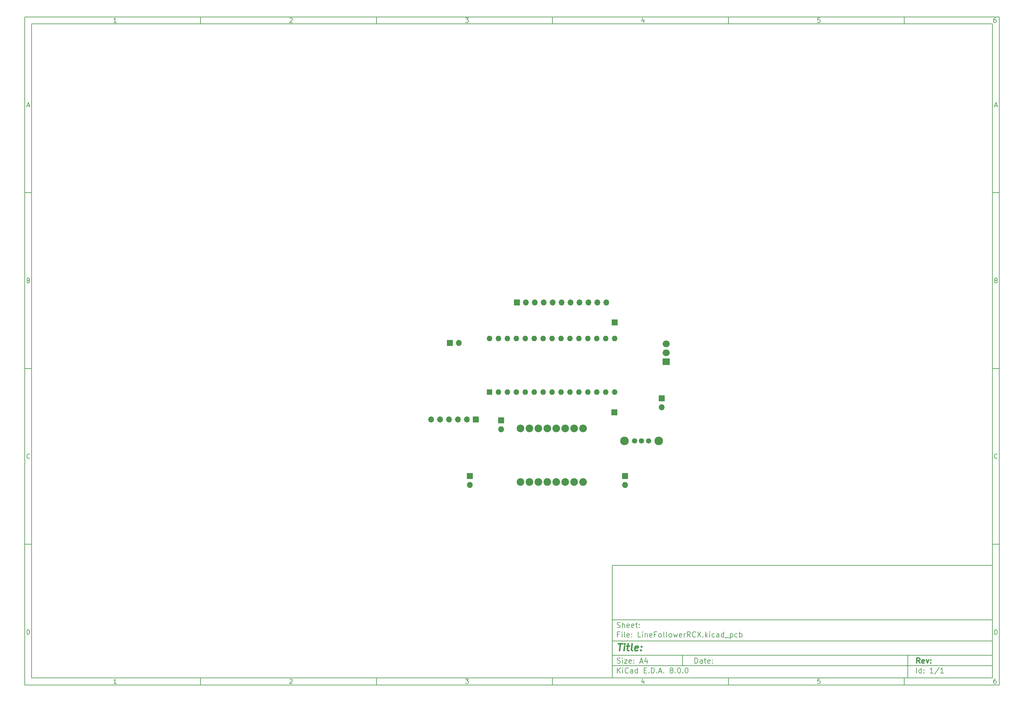
<source format=gbr>
%TF.GenerationSoftware,KiCad,Pcbnew,8.0.0*%
%TF.CreationDate,2024-06-20T13:21:25-03:00*%
%TF.ProjectId,LineFollowerRCX,4c696e65-466f-46c6-9c6f-776572524358,rev?*%
%TF.SameCoordinates,Original*%
%TF.FileFunction,Soldermask,Bot*%
%TF.FilePolarity,Negative*%
%FSLAX46Y46*%
G04 Gerber Fmt 4.6, Leading zero omitted, Abs format (unit mm)*
G04 Created by KiCad (PCBNEW 8.0.0) date 2024-06-20 13:21:25*
%MOMM*%
%LPD*%
G01*
G04 APERTURE LIST*
%ADD10C,0.100000*%
%ADD11C,0.150000*%
%ADD12C,0.300000*%
%ADD13C,0.400000*%
%ADD14C,2.184000*%
%ADD15R,1.700000X1.700000*%
%ADD16R,1.600000X1.600000*%
%ADD17O,1.600000X1.600000*%
%ADD18O,1.700000X1.700000*%
%ADD19R,2.000000X1.905000*%
%ADD20O,2.000000X1.905000*%
%ADD21C,1.512000*%
%ADD22C,2.454000*%
G04 APERTURE END LIST*
D10*
D11*
X177002200Y-166007200D02*
X285002200Y-166007200D01*
X285002200Y-198007200D01*
X177002200Y-198007200D01*
X177002200Y-166007200D01*
D10*
D11*
X10000000Y-10000000D02*
X287002200Y-10000000D01*
X287002200Y-200007200D01*
X10000000Y-200007200D01*
X10000000Y-10000000D01*
D10*
D11*
X12000000Y-12000000D02*
X285002200Y-12000000D01*
X285002200Y-198007200D01*
X12000000Y-198007200D01*
X12000000Y-12000000D01*
D10*
D11*
X60000000Y-12000000D02*
X60000000Y-10000000D01*
D10*
D11*
X110000000Y-12000000D02*
X110000000Y-10000000D01*
D10*
D11*
X160000000Y-12000000D02*
X160000000Y-10000000D01*
D10*
D11*
X210000000Y-12000000D02*
X210000000Y-10000000D01*
D10*
D11*
X260000000Y-12000000D02*
X260000000Y-10000000D01*
D10*
D11*
X36089160Y-11593604D02*
X35346303Y-11593604D01*
X35717731Y-11593604D02*
X35717731Y-10293604D01*
X35717731Y-10293604D02*
X35593922Y-10479319D01*
X35593922Y-10479319D02*
X35470112Y-10603128D01*
X35470112Y-10603128D02*
X35346303Y-10665033D01*
D10*
D11*
X85346303Y-10417414D02*
X85408207Y-10355509D01*
X85408207Y-10355509D02*
X85532017Y-10293604D01*
X85532017Y-10293604D02*
X85841541Y-10293604D01*
X85841541Y-10293604D02*
X85965350Y-10355509D01*
X85965350Y-10355509D02*
X86027255Y-10417414D01*
X86027255Y-10417414D02*
X86089160Y-10541223D01*
X86089160Y-10541223D02*
X86089160Y-10665033D01*
X86089160Y-10665033D02*
X86027255Y-10850747D01*
X86027255Y-10850747D02*
X85284398Y-11593604D01*
X85284398Y-11593604D02*
X86089160Y-11593604D01*
D10*
D11*
X135284398Y-10293604D02*
X136089160Y-10293604D01*
X136089160Y-10293604D02*
X135655826Y-10788842D01*
X135655826Y-10788842D02*
X135841541Y-10788842D01*
X135841541Y-10788842D02*
X135965350Y-10850747D01*
X135965350Y-10850747D02*
X136027255Y-10912652D01*
X136027255Y-10912652D02*
X136089160Y-11036461D01*
X136089160Y-11036461D02*
X136089160Y-11345985D01*
X136089160Y-11345985D02*
X136027255Y-11469795D01*
X136027255Y-11469795D02*
X135965350Y-11531700D01*
X135965350Y-11531700D02*
X135841541Y-11593604D01*
X135841541Y-11593604D02*
X135470112Y-11593604D01*
X135470112Y-11593604D02*
X135346303Y-11531700D01*
X135346303Y-11531700D02*
X135284398Y-11469795D01*
D10*
D11*
X185965350Y-10726938D02*
X185965350Y-11593604D01*
X185655826Y-10231700D02*
X185346303Y-11160271D01*
X185346303Y-11160271D02*
X186151064Y-11160271D01*
D10*
D11*
X236027255Y-10293604D02*
X235408207Y-10293604D01*
X235408207Y-10293604D02*
X235346303Y-10912652D01*
X235346303Y-10912652D02*
X235408207Y-10850747D01*
X235408207Y-10850747D02*
X235532017Y-10788842D01*
X235532017Y-10788842D02*
X235841541Y-10788842D01*
X235841541Y-10788842D02*
X235965350Y-10850747D01*
X235965350Y-10850747D02*
X236027255Y-10912652D01*
X236027255Y-10912652D02*
X236089160Y-11036461D01*
X236089160Y-11036461D02*
X236089160Y-11345985D01*
X236089160Y-11345985D02*
X236027255Y-11469795D01*
X236027255Y-11469795D02*
X235965350Y-11531700D01*
X235965350Y-11531700D02*
X235841541Y-11593604D01*
X235841541Y-11593604D02*
X235532017Y-11593604D01*
X235532017Y-11593604D02*
X235408207Y-11531700D01*
X235408207Y-11531700D02*
X235346303Y-11469795D01*
D10*
D11*
X285965350Y-10293604D02*
X285717731Y-10293604D01*
X285717731Y-10293604D02*
X285593922Y-10355509D01*
X285593922Y-10355509D02*
X285532017Y-10417414D01*
X285532017Y-10417414D02*
X285408207Y-10603128D01*
X285408207Y-10603128D02*
X285346303Y-10850747D01*
X285346303Y-10850747D02*
X285346303Y-11345985D01*
X285346303Y-11345985D02*
X285408207Y-11469795D01*
X285408207Y-11469795D02*
X285470112Y-11531700D01*
X285470112Y-11531700D02*
X285593922Y-11593604D01*
X285593922Y-11593604D02*
X285841541Y-11593604D01*
X285841541Y-11593604D02*
X285965350Y-11531700D01*
X285965350Y-11531700D02*
X286027255Y-11469795D01*
X286027255Y-11469795D02*
X286089160Y-11345985D01*
X286089160Y-11345985D02*
X286089160Y-11036461D01*
X286089160Y-11036461D02*
X286027255Y-10912652D01*
X286027255Y-10912652D02*
X285965350Y-10850747D01*
X285965350Y-10850747D02*
X285841541Y-10788842D01*
X285841541Y-10788842D02*
X285593922Y-10788842D01*
X285593922Y-10788842D02*
X285470112Y-10850747D01*
X285470112Y-10850747D02*
X285408207Y-10912652D01*
X285408207Y-10912652D02*
X285346303Y-11036461D01*
D10*
D11*
X60000000Y-198007200D02*
X60000000Y-200007200D01*
D10*
D11*
X110000000Y-198007200D02*
X110000000Y-200007200D01*
D10*
D11*
X160000000Y-198007200D02*
X160000000Y-200007200D01*
D10*
D11*
X210000000Y-198007200D02*
X210000000Y-200007200D01*
D10*
D11*
X260000000Y-198007200D02*
X260000000Y-200007200D01*
D10*
D11*
X36089160Y-199600804D02*
X35346303Y-199600804D01*
X35717731Y-199600804D02*
X35717731Y-198300804D01*
X35717731Y-198300804D02*
X35593922Y-198486519D01*
X35593922Y-198486519D02*
X35470112Y-198610328D01*
X35470112Y-198610328D02*
X35346303Y-198672233D01*
D10*
D11*
X85346303Y-198424614D02*
X85408207Y-198362709D01*
X85408207Y-198362709D02*
X85532017Y-198300804D01*
X85532017Y-198300804D02*
X85841541Y-198300804D01*
X85841541Y-198300804D02*
X85965350Y-198362709D01*
X85965350Y-198362709D02*
X86027255Y-198424614D01*
X86027255Y-198424614D02*
X86089160Y-198548423D01*
X86089160Y-198548423D02*
X86089160Y-198672233D01*
X86089160Y-198672233D02*
X86027255Y-198857947D01*
X86027255Y-198857947D02*
X85284398Y-199600804D01*
X85284398Y-199600804D02*
X86089160Y-199600804D01*
D10*
D11*
X135284398Y-198300804D02*
X136089160Y-198300804D01*
X136089160Y-198300804D02*
X135655826Y-198796042D01*
X135655826Y-198796042D02*
X135841541Y-198796042D01*
X135841541Y-198796042D02*
X135965350Y-198857947D01*
X135965350Y-198857947D02*
X136027255Y-198919852D01*
X136027255Y-198919852D02*
X136089160Y-199043661D01*
X136089160Y-199043661D02*
X136089160Y-199353185D01*
X136089160Y-199353185D02*
X136027255Y-199476995D01*
X136027255Y-199476995D02*
X135965350Y-199538900D01*
X135965350Y-199538900D02*
X135841541Y-199600804D01*
X135841541Y-199600804D02*
X135470112Y-199600804D01*
X135470112Y-199600804D02*
X135346303Y-199538900D01*
X135346303Y-199538900D02*
X135284398Y-199476995D01*
D10*
D11*
X185965350Y-198734138D02*
X185965350Y-199600804D01*
X185655826Y-198238900D02*
X185346303Y-199167471D01*
X185346303Y-199167471D02*
X186151064Y-199167471D01*
D10*
D11*
X236027255Y-198300804D02*
X235408207Y-198300804D01*
X235408207Y-198300804D02*
X235346303Y-198919852D01*
X235346303Y-198919852D02*
X235408207Y-198857947D01*
X235408207Y-198857947D02*
X235532017Y-198796042D01*
X235532017Y-198796042D02*
X235841541Y-198796042D01*
X235841541Y-198796042D02*
X235965350Y-198857947D01*
X235965350Y-198857947D02*
X236027255Y-198919852D01*
X236027255Y-198919852D02*
X236089160Y-199043661D01*
X236089160Y-199043661D02*
X236089160Y-199353185D01*
X236089160Y-199353185D02*
X236027255Y-199476995D01*
X236027255Y-199476995D02*
X235965350Y-199538900D01*
X235965350Y-199538900D02*
X235841541Y-199600804D01*
X235841541Y-199600804D02*
X235532017Y-199600804D01*
X235532017Y-199600804D02*
X235408207Y-199538900D01*
X235408207Y-199538900D02*
X235346303Y-199476995D01*
D10*
D11*
X285965350Y-198300804D02*
X285717731Y-198300804D01*
X285717731Y-198300804D02*
X285593922Y-198362709D01*
X285593922Y-198362709D02*
X285532017Y-198424614D01*
X285532017Y-198424614D02*
X285408207Y-198610328D01*
X285408207Y-198610328D02*
X285346303Y-198857947D01*
X285346303Y-198857947D02*
X285346303Y-199353185D01*
X285346303Y-199353185D02*
X285408207Y-199476995D01*
X285408207Y-199476995D02*
X285470112Y-199538900D01*
X285470112Y-199538900D02*
X285593922Y-199600804D01*
X285593922Y-199600804D02*
X285841541Y-199600804D01*
X285841541Y-199600804D02*
X285965350Y-199538900D01*
X285965350Y-199538900D02*
X286027255Y-199476995D01*
X286027255Y-199476995D02*
X286089160Y-199353185D01*
X286089160Y-199353185D02*
X286089160Y-199043661D01*
X286089160Y-199043661D02*
X286027255Y-198919852D01*
X286027255Y-198919852D02*
X285965350Y-198857947D01*
X285965350Y-198857947D02*
X285841541Y-198796042D01*
X285841541Y-198796042D02*
X285593922Y-198796042D01*
X285593922Y-198796042D02*
X285470112Y-198857947D01*
X285470112Y-198857947D02*
X285408207Y-198919852D01*
X285408207Y-198919852D02*
X285346303Y-199043661D01*
D10*
D11*
X10000000Y-60000000D02*
X12000000Y-60000000D01*
D10*
D11*
X10000000Y-110000000D02*
X12000000Y-110000000D01*
D10*
D11*
X10000000Y-160000000D02*
X12000000Y-160000000D01*
D10*
D11*
X10690476Y-35222176D02*
X11309523Y-35222176D01*
X10566666Y-35593604D02*
X10999999Y-34293604D01*
X10999999Y-34293604D02*
X11433333Y-35593604D01*
D10*
D11*
X11092857Y-84912652D02*
X11278571Y-84974557D01*
X11278571Y-84974557D02*
X11340476Y-85036461D01*
X11340476Y-85036461D02*
X11402380Y-85160271D01*
X11402380Y-85160271D02*
X11402380Y-85345985D01*
X11402380Y-85345985D02*
X11340476Y-85469795D01*
X11340476Y-85469795D02*
X11278571Y-85531700D01*
X11278571Y-85531700D02*
X11154761Y-85593604D01*
X11154761Y-85593604D02*
X10659523Y-85593604D01*
X10659523Y-85593604D02*
X10659523Y-84293604D01*
X10659523Y-84293604D02*
X11092857Y-84293604D01*
X11092857Y-84293604D02*
X11216666Y-84355509D01*
X11216666Y-84355509D02*
X11278571Y-84417414D01*
X11278571Y-84417414D02*
X11340476Y-84541223D01*
X11340476Y-84541223D02*
X11340476Y-84665033D01*
X11340476Y-84665033D02*
X11278571Y-84788842D01*
X11278571Y-84788842D02*
X11216666Y-84850747D01*
X11216666Y-84850747D02*
X11092857Y-84912652D01*
X11092857Y-84912652D02*
X10659523Y-84912652D01*
D10*
D11*
X11402380Y-135469795D02*
X11340476Y-135531700D01*
X11340476Y-135531700D02*
X11154761Y-135593604D01*
X11154761Y-135593604D02*
X11030952Y-135593604D01*
X11030952Y-135593604D02*
X10845238Y-135531700D01*
X10845238Y-135531700D02*
X10721428Y-135407890D01*
X10721428Y-135407890D02*
X10659523Y-135284080D01*
X10659523Y-135284080D02*
X10597619Y-135036461D01*
X10597619Y-135036461D02*
X10597619Y-134850747D01*
X10597619Y-134850747D02*
X10659523Y-134603128D01*
X10659523Y-134603128D02*
X10721428Y-134479319D01*
X10721428Y-134479319D02*
X10845238Y-134355509D01*
X10845238Y-134355509D02*
X11030952Y-134293604D01*
X11030952Y-134293604D02*
X11154761Y-134293604D01*
X11154761Y-134293604D02*
X11340476Y-134355509D01*
X11340476Y-134355509D02*
X11402380Y-134417414D01*
D10*
D11*
X10659523Y-185593604D02*
X10659523Y-184293604D01*
X10659523Y-184293604D02*
X10969047Y-184293604D01*
X10969047Y-184293604D02*
X11154761Y-184355509D01*
X11154761Y-184355509D02*
X11278571Y-184479319D01*
X11278571Y-184479319D02*
X11340476Y-184603128D01*
X11340476Y-184603128D02*
X11402380Y-184850747D01*
X11402380Y-184850747D02*
X11402380Y-185036461D01*
X11402380Y-185036461D02*
X11340476Y-185284080D01*
X11340476Y-185284080D02*
X11278571Y-185407890D01*
X11278571Y-185407890D02*
X11154761Y-185531700D01*
X11154761Y-185531700D02*
X10969047Y-185593604D01*
X10969047Y-185593604D02*
X10659523Y-185593604D01*
D10*
D11*
X287002200Y-60000000D02*
X285002200Y-60000000D01*
D10*
D11*
X287002200Y-110000000D02*
X285002200Y-110000000D01*
D10*
D11*
X287002200Y-160000000D02*
X285002200Y-160000000D01*
D10*
D11*
X285692676Y-35222176D02*
X286311723Y-35222176D01*
X285568866Y-35593604D02*
X286002199Y-34293604D01*
X286002199Y-34293604D02*
X286435533Y-35593604D01*
D10*
D11*
X286095057Y-84912652D02*
X286280771Y-84974557D01*
X286280771Y-84974557D02*
X286342676Y-85036461D01*
X286342676Y-85036461D02*
X286404580Y-85160271D01*
X286404580Y-85160271D02*
X286404580Y-85345985D01*
X286404580Y-85345985D02*
X286342676Y-85469795D01*
X286342676Y-85469795D02*
X286280771Y-85531700D01*
X286280771Y-85531700D02*
X286156961Y-85593604D01*
X286156961Y-85593604D02*
X285661723Y-85593604D01*
X285661723Y-85593604D02*
X285661723Y-84293604D01*
X285661723Y-84293604D02*
X286095057Y-84293604D01*
X286095057Y-84293604D02*
X286218866Y-84355509D01*
X286218866Y-84355509D02*
X286280771Y-84417414D01*
X286280771Y-84417414D02*
X286342676Y-84541223D01*
X286342676Y-84541223D02*
X286342676Y-84665033D01*
X286342676Y-84665033D02*
X286280771Y-84788842D01*
X286280771Y-84788842D02*
X286218866Y-84850747D01*
X286218866Y-84850747D02*
X286095057Y-84912652D01*
X286095057Y-84912652D02*
X285661723Y-84912652D01*
D10*
D11*
X286404580Y-135469795D02*
X286342676Y-135531700D01*
X286342676Y-135531700D02*
X286156961Y-135593604D01*
X286156961Y-135593604D02*
X286033152Y-135593604D01*
X286033152Y-135593604D02*
X285847438Y-135531700D01*
X285847438Y-135531700D02*
X285723628Y-135407890D01*
X285723628Y-135407890D02*
X285661723Y-135284080D01*
X285661723Y-135284080D02*
X285599819Y-135036461D01*
X285599819Y-135036461D02*
X285599819Y-134850747D01*
X285599819Y-134850747D02*
X285661723Y-134603128D01*
X285661723Y-134603128D02*
X285723628Y-134479319D01*
X285723628Y-134479319D02*
X285847438Y-134355509D01*
X285847438Y-134355509D02*
X286033152Y-134293604D01*
X286033152Y-134293604D02*
X286156961Y-134293604D01*
X286156961Y-134293604D02*
X286342676Y-134355509D01*
X286342676Y-134355509D02*
X286404580Y-134417414D01*
D10*
D11*
X285661723Y-185593604D02*
X285661723Y-184293604D01*
X285661723Y-184293604D02*
X285971247Y-184293604D01*
X285971247Y-184293604D02*
X286156961Y-184355509D01*
X286156961Y-184355509D02*
X286280771Y-184479319D01*
X286280771Y-184479319D02*
X286342676Y-184603128D01*
X286342676Y-184603128D02*
X286404580Y-184850747D01*
X286404580Y-184850747D02*
X286404580Y-185036461D01*
X286404580Y-185036461D02*
X286342676Y-185284080D01*
X286342676Y-185284080D02*
X286280771Y-185407890D01*
X286280771Y-185407890D02*
X286156961Y-185531700D01*
X286156961Y-185531700D02*
X285971247Y-185593604D01*
X285971247Y-185593604D02*
X285661723Y-185593604D01*
D10*
D11*
X200458026Y-193793328D02*
X200458026Y-192293328D01*
X200458026Y-192293328D02*
X200815169Y-192293328D01*
X200815169Y-192293328D02*
X201029455Y-192364757D01*
X201029455Y-192364757D02*
X201172312Y-192507614D01*
X201172312Y-192507614D02*
X201243741Y-192650471D01*
X201243741Y-192650471D02*
X201315169Y-192936185D01*
X201315169Y-192936185D02*
X201315169Y-193150471D01*
X201315169Y-193150471D02*
X201243741Y-193436185D01*
X201243741Y-193436185D02*
X201172312Y-193579042D01*
X201172312Y-193579042D02*
X201029455Y-193721900D01*
X201029455Y-193721900D02*
X200815169Y-193793328D01*
X200815169Y-193793328D02*
X200458026Y-193793328D01*
X202600884Y-193793328D02*
X202600884Y-193007614D01*
X202600884Y-193007614D02*
X202529455Y-192864757D01*
X202529455Y-192864757D02*
X202386598Y-192793328D01*
X202386598Y-192793328D02*
X202100884Y-192793328D01*
X202100884Y-192793328D02*
X201958026Y-192864757D01*
X202600884Y-193721900D02*
X202458026Y-193793328D01*
X202458026Y-193793328D02*
X202100884Y-193793328D01*
X202100884Y-193793328D02*
X201958026Y-193721900D01*
X201958026Y-193721900D02*
X201886598Y-193579042D01*
X201886598Y-193579042D02*
X201886598Y-193436185D01*
X201886598Y-193436185D02*
X201958026Y-193293328D01*
X201958026Y-193293328D02*
X202100884Y-193221900D01*
X202100884Y-193221900D02*
X202458026Y-193221900D01*
X202458026Y-193221900D02*
X202600884Y-193150471D01*
X203100884Y-192793328D02*
X203672312Y-192793328D01*
X203315169Y-192293328D02*
X203315169Y-193579042D01*
X203315169Y-193579042D02*
X203386598Y-193721900D01*
X203386598Y-193721900D02*
X203529455Y-193793328D01*
X203529455Y-193793328D02*
X203672312Y-193793328D01*
X204743741Y-193721900D02*
X204600884Y-193793328D01*
X204600884Y-193793328D02*
X204315170Y-193793328D01*
X204315170Y-193793328D02*
X204172312Y-193721900D01*
X204172312Y-193721900D02*
X204100884Y-193579042D01*
X204100884Y-193579042D02*
X204100884Y-193007614D01*
X204100884Y-193007614D02*
X204172312Y-192864757D01*
X204172312Y-192864757D02*
X204315170Y-192793328D01*
X204315170Y-192793328D02*
X204600884Y-192793328D01*
X204600884Y-192793328D02*
X204743741Y-192864757D01*
X204743741Y-192864757D02*
X204815170Y-193007614D01*
X204815170Y-193007614D02*
X204815170Y-193150471D01*
X204815170Y-193150471D02*
X204100884Y-193293328D01*
X205458026Y-193650471D02*
X205529455Y-193721900D01*
X205529455Y-193721900D02*
X205458026Y-193793328D01*
X205458026Y-193793328D02*
X205386598Y-193721900D01*
X205386598Y-193721900D02*
X205458026Y-193650471D01*
X205458026Y-193650471D02*
X205458026Y-193793328D01*
X205458026Y-192864757D02*
X205529455Y-192936185D01*
X205529455Y-192936185D02*
X205458026Y-193007614D01*
X205458026Y-193007614D02*
X205386598Y-192936185D01*
X205386598Y-192936185D02*
X205458026Y-192864757D01*
X205458026Y-192864757D02*
X205458026Y-193007614D01*
D10*
D11*
X177002200Y-194507200D02*
X285002200Y-194507200D01*
D10*
D11*
X178458026Y-196593328D02*
X178458026Y-195093328D01*
X179315169Y-196593328D02*
X178672312Y-195736185D01*
X179315169Y-195093328D02*
X178458026Y-195950471D01*
X179958026Y-196593328D02*
X179958026Y-195593328D01*
X179958026Y-195093328D02*
X179886598Y-195164757D01*
X179886598Y-195164757D02*
X179958026Y-195236185D01*
X179958026Y-195236185D02*
X180029455Y-195164757D01*
X180029455Y-195164757D02*
X179958026Y-195093328D01*
X179958026Y-195093328D02*
X179958026Y-195236185D01*
X181529455Y-196450471D02*
X181458027Y-196521900D01*
X181458027Y-196521900D02*
X181243741Y-196593328D01*
X181243741Y-196593328D02*
X181100884Y-196593328D01*
X181100884Y-196593328D02*
X180886598Y-196521900D01*
X180886598Y-196521900D02*
X180743741Y-196379042D01*
X180743741Y-196379042D02*
X180672312Y-196236185D01*
X180672312Y-196236185D02*
X180600884Y-195950471D01*
X180600884Y-195950471D02*
X180600884Y-195736185D01*
X180600884Y-195736185D02*
X180672312Y-195450471D01*
X180672312Y-195450471D02*
X180743741Y-195307614D01*
X180743741Y-195307614D02*
X180886598Y-195164757D01*
X180886598Y-195164757D02*
X181100884Y-195093328D01*
X181100884Y-195093328D02*
X181243741Y-195093328D01*
X181243741Y-195093328D02*
X181458027Y-195164757D01*
X181458027Y-195164757D02*
X181529455Y-195236185D01*
X182815170Y-196593328D02*
X182815170Y-195807614D01*
X182815170Y-195807614D02*
X182743741Y-195664757D01*
X182743741Y-195664757D02*
X182600884Y-195593328D01*
X182600884Y-195593328D02*
X182315170Y-195593328D01*
X182315170Y-195593328D02*
X182172312Y-195664757D01*
X182815170Y-196521900D02*
X182672312Y-196593328D01*
X182672312Y-196593328D02*
X182315170Y-196593328D01*
X182315170Y-196593328D02*
X182172312Y-196521900D01*
X182172312Y-196521900D02*
X182100884Y-196379042D01*
X182100884Y-196379042D02*
X182100884Y-196236185D01*
X182100884Y-196236185D02*
X182172312Y-196093328D01*
X182172312Y-196093328D02*
X182315170Y-196021900D01*
X182315170Y-196021900D02*
X182672312Y-196021900D01*
X182672312Y-196021900D02*
X182815170Y-195950471D01*
X184172313Y-196593328D02*
X184172313Y-195093328D01*
X184172313Y-196521900D02*
X184029455Y-196593328D01*
X184029455Y-196593328D02*
X183743741Y-196593328D01*
X183743741Y-196593328D02*
X183600884Y-196521900D01*
X183600884Y-196521900D02*
X183529455Y-196450471D01*
X183529455Y-196450471D02*
X183458027Y-196307614D01*
X183458027Y-196307614D02*
X183458027Y-195879042D01*
X183458027Y-195879042D02*
X183529455Y-195736185D01*
X183529455Y-195736185D02*
X183600884Y-195664757D01*
X183600884Y-195664757D02*
X183743741Y-195593328D01*
X183743741Y-195593328D02*
X184029455Y-195593328D01*
X184029455Y-195593328D02*
X184172313Y-195664757D01*
X186029455Y-195807614D02*
X186529455Y-195807614D01*
X186743741Y-196593328D02*
X186029455Y-196593328D01*
X186029455Y-196593328D02*
X186029455Y-195093328D01*
X186029455Y-195093328D02*
X186743741Y-195093328D01*
X187386598Y-196450471D02*
X187458027Y-196521900D01*
X187458027Y-196521900D02*
X187386598Y-196593328D01*
X187386598Y-196593328D02*
X187315170Y-196521900D01*
X187315170Y-196521900D02*
X187386598Y-196450471D01*
X187386598Y-196450471D02*
X187386598Y-196593328D01*
X188100884Y-196593328D02*
X188100884Y-195093328D01*
X188100884Y-195093328D02*
X188458027Y-195093328D01*
X188458027Y-195093328D02*
X188672313Y-195164757D01*
X188672313Y-195164757D02*
X188815170Y-195307614D01*
X188815170Y-195307614D02*
X188886599Y-195450471D01*
X188886599Y-195450471D02*
X188958027Y-195736185D01*
X188958027Y-195736185D02*
X188958027Y-195950471D01*
X188958027Y-195950471D02*
X188886599Y-196236185D01*
X188886599Y-196236185D02*
X188815170Y-196379042D01*
X188815170Y-196379042D02*
X188672313Y-196521900D01*
X188672313Y-196521900D02*
X188458027Y-196593328D01*
X188458027Y-196593328D02*
X188100884Y-196593328D01*
X189600884Y-196450471D02*
X189672313Y-196521900D01*
X189672313Y-196521900D02*
X189600884Y-196593328D01*
X189600884Y-196593328D02*
X189529456Y-196521900D01*
X189529456Y-196521900D02*
X189600884Y-196450471D01*
X189600884Y-196450471D02*
X189600884Y-196593328D01*
X190243742Y-196164757D02*
X190958028Y-196164757D01*
X190100885Y-196593328D02*
X190600885Y-195093328D01*
X190600885Y-195093328D02*
X191100885Y-196593328D01*
X191600884Y-196450471D02*
X191672313Y-196521900D01*
X191672313Y-196521900D02*
X191600884Y-196593328D01*
X191600884Y-196593328D02*
X191529456Y-196521900D01*
X191529456Y-196521900D02*
X191600884Y-196450471D01*
X191600884Y-196450471D02*
X191600884Y-196593328D01*
X193672313Y-195736185D02*
X193529456Y-195664757D01*
X193529456Y-195664757D02*
X193458027Y-195593328D01*
X193458027Y-195593328D02*
X193386599Y-195450471D01*
X193386599Y-195450471D02*
X193386599Y-195379042D01*
X193386599Y-195379042D02*
X193458027Y-195236185D01*
X193458027Y-195236185D02*
X193529456Y-195164757D01*
X193529456Y-195164757D02*
X193672313Y-195093328D01*
X193672313Y-195093328D02*
X193958027Y-195093328D01*
X193958027Y-195093328D02*
X194100885Y-195164757D01*
X194100885Y-195164757D02*
X194172313Y-195236185D01*
X194172313Y-195236185D02*
X194243742Y-195379042D01*
X194243742Y-195379042D02*
X194243742Y-195450471D01*
X194243742Y-195450471D02*
X194172313Y-195593328D01*
X194172313Y-195593328D02*
X194100885Y-195664757D01*
X194100885Y-195664757D02*
X193958027Y-195736185D01*
X193958027Y-195736185D02*
X193672313Y-195736185D01*
X193672313Y-195736185D02*
X193529456Y-195807614D01*
X193529456Y-195807614D02*
X193458027Y-195879042D01*
X193458027Y-195879042D02*
X193386599Y-196021900D01*
X193386599Y-196021900D02*
X193386599Y-196307614D01*
X193386599Y-196307614D02*
X193458027Y-196450471D01*
X193458027Y-196450471D02*
X193529456Y-196521900D01*
X193529456Y-196521900D02*
X193672313Y-196593328D01*
X193672313Y-196593328D02*
X193958027Y-196593328D01*
X193958027Y-196593328D02*
X194100885Y-196521900D01*
X194100885Y-196521900D02*
X194172313Y-196450471D01*
X194172313Y-196450471D02*
X194243742Y-196307614D01*
X194243742Y-196307614D02*
X194243742Y-196021900D01*
X194243742Y-196021900D02*
X194172313Y-195879042D01*
X194172313Y-195879042D02*
X194100885Y-195807614D01*
X194100885Y-195807614D02*
X193958027Y-195736185D01*
X194886598Y-196450471D02*
X194958027Y-196521900D01*
X194958027Y-196521900D02*
X194886598Y-196593328D01*
X194886598Y-196593328D02*
X194815170Y-196521900D01*
X194815170Y-196521900D02*
X194886598Y-196450471D01*
X194886598Y-196450471D02*
X194886598Y-196593328D01*
X195886599Y-195093328D02*
X196029456Y-195093328D01*
X196029456Y-195093328D02*
X196172313Y-195164757D01*
X196172313Y-195164757D02*
X196243742Y-195236185D01*
X196243742Y-195236185D02*
X196315170Y-195379042D01*
X196315170Y-195379042D02*
X196386599Y-195664757D01*
X196386599Y-195664757D02*
X196386599Y-196021900D01*
X196386599Y-196021900D02*
X196315170Y-196307614D01*
X196315170Y-196307614D02*
X196243742Y-196450471D01*
X196243742Y-196450471D02*
X196172313Y-196521900D01*
X196172313Y-196521900D02*
X196029456Y-196593328D01*
X196029456Y-196593328D02*
X195886599Y-196593328D01*
X195886599Y-196593328D02*
X195743742Y-196521900D01*
X195743742Y-196521900D02*
X195672313Y-196450471D01*
X195672313Y-196450471D02*
X195600884Y-196307614D01*
X195600884Y-196307614D02*
X195529456Y-196021900D01*
X195529456Y-196021900D02*
X195529456Y-195664757D01*
X195529456Y-195664757D02*
X195600884Y-195379042D01*
X195600884Y-195379042D02*
X195672313Y-195236185D01*
X195672313Y-195236185D02*
X195743742Y-195164757D01*
X195743742Y-195164757D02*
X195886599Y-195093328D01*
X197029455Y-196450471D02*
X197100884Y-196521900D01*
X197100884Y-196521900D02*
X197029455Y-196593328D01*
X197029455Y-196593328D02*
X196958027Y-196521900D01*
X196958027Y-196521900D02*
X197029455Y-196450471D01*
X197029455Y-196450471D02*
X197029455Y-196593328D01*
X198029456Y-195093328D02*
X198172313Y-195093328D01*
X198172313Y-195093328D02*
X198315170Y-195164757D01*
X198315170Y-195164757D02*
X198386599Y-195236185D01*
X198386599Y-195236185D02*
X198458027Y-195379042D01*
X198458027Y-195379042D02*
X198529456Y-195664757D01*
X198529456Y-195664757D02*
X198529456Y-196021900D01*
X198529456Y-196021900D02*
X198458027Y-196307614D01*
X198458027Y-196307614D02*
X198386599Y-196450471D01*
X198386599Y-196450471D02*
X198315170Y-196521900D01*
X198315170Y-196521900D02*
X198172313Y-196593328D01*
X198172313Y-196593328D02*
X198029456Y-196593328D01*
X198029456Y-196593328D02*
X197886599Y-196521900D01*
X197886599Y-196521900D02*
X197815170Y-196450471D01*
X197815170Y-196450471D02*
X197743741Y-196307614D01*
X197743741Y-196307614D02*
X197672313Y-196021900D01*
X197672313Y-196021900D02*
X197672313Y-195664757D01*
X197672313Y-195664757D02*
X197743741Y-195379042D01*
X197743741Y-195379042D02*
X197815170Y-195236185D01*
X197815170Y-195236185D02*
X197886599Y-195164757D01*
X197886599Y-195164757D02*
X198029456Y-195093328D01*
D10*
D11*
X177002200Y-191507200D02*
X285002200Y-191507200D01*
D10*
D12*
X264413853Y-193785528D02*
X263913853Y-193071242D01*
X263556710Y-193785528D02*
X263556710Y-192285528D01*
X263556710Y-192285528D02*
X264128139Y-192285528D01*
X264128139Y-192285528D02*
X264270996Y-192356957D01*
X264270996Y-192356957D02*
X264342425Y-192428385D01*
X264342425Y-192428385D02*
X264413853Y-192571242D01*
X264413853Y-192571242D02*
X264413853Y-192785528D01*
X264413853Y-192785528D02*
X264342425Y-192928385D01*
X264342425Y-192928385D02*
X264270996Y-192999814D01*
X264270996Y-192999814D02*
X264128139Y-193071242D01*
X264128139Y-193071242D02*
X263556710Y-193071242D01*
X265628139Y-193714100D02*
X265485282Y-193785528D01*
X265485282Y-193785528D02*
X265199568Y-193785528D01*
X265199568Y-193785528D02*
X265056710Y-193714100D01*
X265056710Y-193714100D02*
X264985282Y-193571242D01*
X264985282Y-193571242D02*
X264985282Y-192999814D01*
X264985282Y-192999814D02*
X265056710Y-192856957D01*
X265056710Y-192856957D02*
X265199568Y-192785528D01*
X265199568Y-192785528D02*
X265485282Y-192785528D01*
X265485282Y-192785528D02*
X265628139Y-192856957D01*
X265628139Y-192856957D02*
X265699568Y-192999814D01*
X265699568Y-192999814D02*
X265699568Y-193142671D01*
X265699568Y-193142671D02*
X264985282Y-193285528D01*
X266199567Y-192785528D02*
X266556710Y-193785528D01*
X266556710Y-193785528D02*
X266913853Y-192785528D01*
X267485281Y-193642671D02*
X267556710Y-193714100D01*
X267556710Y-193714100D02*
X267485281Y-193785528D01*
X267485281Y-193785528D02*
X267413853Y-193714100D01*
X267413853Y-193714100D02*
X267485281Y-193642671D01*
X267485281Y-193642671D02*
X267485281Y-193785528D01*
X267485281Y-192856957D02*
X267556710Y-192928385D01*
X267556710Y-192928385D02*
X267485281Y-192999814D01*
X267485281Y-192999814D02*
X267413853Y-192928385D01*
X267413853Y-192928385D02*
X267485281Y-192856957D01*
X267485281Y-192856957D02*
X267485281Y-192999814D01*
D10*
D11*
X178386598Y-193721900D02*
X178600884Y-193793328D01*
X178600884Y-193793328D02*
X178958026Y-193793328D01*
X178958026Y-193793328D02*
X179100884Y-193721900D01*
X179100884Y-193721900D02*
X179172312Y-193650471D01*
X179172312Y-193650471D02*
X179243741Y-193507614D01*
X179243741Y-193507614D02*
X179243741Y-193364757D01*
X179243741Y-193364757D02*
X179172312Y-193221900D01*
X179172312Y-193221900D02*
X179100884Y-193150471D01*
X179100884Y-193150471D02*
X178958026Y-193079042D01*
X178958026Y-193079042D02*
X178672312Y-193007614D01*
X178672312Y-193007614D02*
X178529455Y-192936185D01*
X178529455Y-192936185D02*
X178458026Y-192864757D01*
X178458026Y-192864757D02*
X178386598Y-192721900D01*
X178386598Y-192721900D02*
X178386598Y-192579042D01*
X178386598Y-192579042D02*
X178458026Y-192436185D01*
X178458026Y-192436185D02*
X178529455Y-192364757D01*
X178529455Y-192364757D02*
X178672312Y-192293328D01*
X178672312Y-192293328D02*
X179029455Y-192293328D01*
X179029455Y-192293328D02*
X179243741Y-192364757D01*
X179886597Y-193793328D02*
X179886597Y-192793328D01*
X179886597Y-192293328D02*
X179815169Y-192364757D01*
X179815169Y-192364757D02*
X179886597Y-192436185D01*
X179886597Y-192436185D02*
X179958026Y-192364757D01*
X179958026Y-192364757D02*
X179886597Y-192293328D01*
X179886597Y-192293328D02*
X179886597Y-192436185D01*
X180458026Y-192793328D02*
X181243741Y-192793328D01*
X181243741Y-192793328D02*
X180458026Y-193793328D01*
X180458026Y-193793328D02*
X181243741Y-193793328D01*
X182386598Y-193721900D02*
X182243741Y-193793328D01*
X182243741Y-193793328D02*
X181958027Y-193793328D01*
X181958027Y-193793328D02*
X181815169Y-193721900D01*
X181815169Y-193721900D02*
X181743741Y-193579042D01*
X181743741Y-193579042D02*
X181743741Y-193007614D01*
X181743741Y-193007614D02*
X181815169Y-192864757D01*
X181815169Y-192864757D02*
X181958027Y-192793328D01*
X181958027Y-192793328D02*
X182243741Y-192793328D01*
X182243741Y-192793328D02*
X182386598Y-192864757D01*
X182386598Y-192864757D02*
X182458027Y-193007614D01*
X182458027Y-193007614D02*
X182458027Y-193150471D01*
X182458027Y-193150471D02*
X181743741Y-193293328D01*
X183100883Y-193650471D02*
X183172312Y-193721900D01*
X183172312Y-193721900D02*
X183100883Y-193793328D01*
X183100883Y-193793328D02*
X183029455Y-193721900D01*
X183029455Y-193721900D02*
X183100883Y-193650471D01*
X183100883Y-193650471D02*
X183100883Y-193793328D01*
X183100883Y-192864757D02*
X183172312Y-192936185D01*
X183172312Y-192936185D02*
X183100883Y-193007614D01*
X183100883Y-193007614D02*
X183029455Y-192936185D01*
X183029455Y-192936185D02*
X183100883Y-192864757D01*
X183100883Y-192864757D02*
X183100883Y-193007614D01*
X184886598Y-193364757D02*
X185600884Y-193364757D01*
X184743741Y-193793328D02*
X185243741Y-192293328D01*
X185243741Y-192293328D02*
X185743741Y-193793328D01*
X186886598Y-192793328D02*
X186886598Y-193793328D01*
X186529455Y-192221900D02*
X186172312Y-193293328D01*
X186172312Y-193293328D02*
X187100883Y-193293328D01*
D10*
D11*
X263458026Y-196593328D02*
X263458026Y-195093328D01*
X264815170Y-196593328D02*
X264815170Y-195093328D01*
X264815170Y-196521900D02*
X264672312Y-196593328D01*
X264672312Y-196593328D02*
X264386598Y-196593328D01*
X264386598Y-196593328D02*
X264243741Y-196521900D01*
X264243741Y-196521900D02*
X264172312Y-196450471D01*
X264172312Y-196450471D02*
X264100884Y-196307614D01*
X264100884Y-196307614D02*
X264100884Y-195879042D01*
X264100884Y-195879042D02*
X264172312Y-195736185D01*
X264172312Y-195736185D02*
X264243741Y-195664757D01*
X264243741Y-195664757D02*
X264386598Y-195593328D01*
X264386598Y-195593328D02*
X264672312Y-195593328D01*
X264672312Y-195593328D02*
X264815170Y-195664757D01*
X265529455Y-196450471D02*
X265600884Y-196521900D01*
X265600884Y-196521900D02*
X265529455Y-196593328D01*
X265529455Y-196593328D02*
X265458027Y-196521900D01*
X265458027Y-196521900D02*
X265529455Y-196450471D01*
X265529455Y-196450471D02*
X265529455Y-196593328D01*
X265529455Y-195664757D02*
X265600884Y-195736185D01*
X265600884Y-195736185D02*
X265529455Y-195807614D01*
X265529455Y-195807614D02*
X265458027Y-195736185D01*
X265458027Y-195736185D02*
X265529455Y-195664757D01*
X265529455Y-195664757D02*
X265529455Y-195807614D01*
X268172313Y-196593328D02*
X267315170Y-196593328D01*
X267743741Y-196593328D02*
X267743741Y-195093328D01*
X267743741Y-195093328D02*
X267600884Y-195307614D01*
X267600884Y-195307614D02*
X267458027Y-195450471D01*
X267458027Y-195450471D02*
X267315170Y-195521900D01*
X269886598Y-195021900D02*
X268600884Y-196950471D01*
X271172313Y-196593328D02*
X270315170Y-196593328D01*
X270743741Y-196593328D02*
X270743741Y-195093328D01*
X270743741Y-195093328D02*
X270600884Y-195307614D01*
X270600884Y-195307614D02*
X270458027Y-195450471D01*
X270458027Y-195450471D02*
X270315170Y-195521900D01*
D10*
D11*
X177002200Y-187507200D02*
X285002200Y-187507200D01*
D10*
D13*
X178693928Y-188211638D02*
X179836785Y-188211638D01*
X179015357Y-190211638D02*
X179265357Y-188211638D01*
X180253452Y-190211638D02*
X180420119Y-188878304D01*
X180503452Y-188211638D02*
X180396309Y-188306876D01*
X180396309Y-188306876D02*
X180479643Y-188402114D01*
X180479643Y-188402114D02*
X180586786Y-188306876D01*
X180586786Y-188306876D02*
X180503452Y-188211638D01*
X180503452Y-188211638D02*
X180479643Y-188402114D01*
X181086786Y-188878304D02*
X181848690Y-188878304D01*
X181455833Y-188211638D02*
X181241548Y-189925923D01*
X181241548Y-189925923D02*
X181312976Y-190116400D01*
X181312976Y-190116400D02*
X181491548Y-190211638D01*
X181491548Y-190211638D02*
X181682024Y-190211638D01*
X182634405Y-190211638D02*
X182455833Y-190116400D01*
X182455833Y-190116400D02*
X182384405Y-189925923D01*
X182384405Y-189925923D02*
X182598690Y-188211638D01*
X184170119Y-190116400D02*
X183967738Y-190211638D01*
X183967738Y-190211638D02*
X183586785Y-190211638D01*
X183586785Y-190211638D02*
X183408214Y-190116400D01*
X183408214Y-190116400D02*
X183336785Y-189925923D01*
X183336785Y-189925923D02*
X183432024Y-189164019D01*
X183432024Y-189164019D02*
X183551071Y-188973542D01*
X183551071Y-188973542D02*
X183753452Y-188878304D01*
X183753452Y-188878304D02*
X184134404Y-188878304D01*
X184134404Y-188878304D02*
X184312976Y-188973542D01*
X184312976Y-188973542D02*
X184384404Y-189164019D01*
X184384404Y-189164019D02*
X184360595Y-189354495D01*
X184360595Y-189354495D02*
X183384404Y-189544971D01*
X185134405Y-190021161D02*
X185217738Y-190116400D01*
X185217738Y-190116400D02*
X185110595Y-190211638D01*
X185110595Y-190211638D02*
X185027262Y-190116400D01*
X185027262Y-190116400D02*
X185134405Y-190021161D01*
X185134405Y-190021161D02*
X185110595Y-190211638D01*
X185265357Y-188973542D02*
X185348690Y-189068780D01*
X185348690Y-189068780D02*
X185241548Y-189164019D01*
X185241548Y-189164019D02*
X185158214Y-189068780D01*
X185158214Y-189068780D02*
X185265357Y-188973542D01*
X185265357Y-188973542D02*
X185241548Y-189164019D01*
D10*
D11*
X178958026Y-185607614D02*
X178458026Y-185607614D01*
X178458026Y-186393328D02*
X178458026Y-184893328D01*
X178458026Y-184893328D02*
X179172312Y-184893328D01*
X179743740Y-186393328D02*
X179743740Y-185393328D01*
X179743740Y-184893328D02*
X179672312Y-184964757D01*
X179672312Y-184964757D02*
X179743740Y-185036185D01*
X179743740Y-185036185D02*
X179815169Y-184964757D01*
X179815169Y-184964757D02*
X179743740Y-184893328D01*
X179743740Y-184893328D02*
X179743740Y-185036185D01*
X180672312Y-186393328D02*
X180529455Y-186321900D01*
X180529455Y-186321900D02*
X180458026Y-186179042D01*
X180458026Y-186179042D02*
X180458026Y-184893328D01*
X181815169Y-186321900D02*
X181672312Y-186393328D01*
X181672312Y-186393328D02*
X181386598Y-186393328D01*
X181386598Y-186393328D02*
X181243740Y-186321900D01*
X181243740Y-186321900D02*
X181172312Y-186179042D01*
X181172312Y-186179042D02*
X181172312Y-185607614D01*
X181172312Y-185607614D02*
X181243740Y-185464757D01*
X181243740Y-185464757D02*
X181386598Y-185393328D01*
X181386598Y-185393328D02*
X181672312Y-185393328D01*
X181672312Y-185393328D02*
X181815169Y-185464757D01*
X181815169Y-185464757D02*
X181886598Y-185607614D01*
X181886598Y-185607614D02*
X181886598Y-185750471D01*
X181886598Y-185750471D02*
X181172312Y-185893328D01*
X182529454Y-186250471D02*
X182600883Y-186321900D01*
X182600883Y-186321900D02*
X182529454Y-186393328D01*
X182529454Y-186393328D02*
X182458026Y-186321900D01*
X182458026Y-186321900D02*
X182529454Y-186250471D01*
X182529454Y-186250471D02*
X182529454Y-186393328D01*
X182529454Y-185464757D02*
X182600883Y-185536185D01*
X182600883Y-185536185D02*
X182529454Y-185607614D01*
X182529454Y-185607614D02*
X182458026Y-185536185D01*
X182458026Y-185536185D02*
X182529454Y-185464757D01*
X182529454Y-185464757D02*
X182529454Y-185607614D01*
X185100883Y-186393328D02*
X184386597Y-186393328D01*
X184386597Y-186393328D02*
X184386597Y-184893328D01*
X185600883Y-186393328D02*
X185600883Y-185393328D01*
X185600883Y-184893328D02*
X185529455Y-184964757D01*
X185529455Y-184964757D02*
X185600883Y-185036185D01*
X185600883Y-185036185D02*
X185672312Y-184964757D01*
X185672312Y-184964757D02*
X185600883Y-184893328D01*
X185600883Y-184893328D02*
X185600883Y-185036185D01*
X186315169Y-185393328D02*
X186315169Y-186393328D01*
X186315169Y-185536185D02*
X186386598Y-185464757D01*
X186386598Y-185464757D02*
X186529455Y-185393328D01*
X186529455Y-185393328D02*
X186743741Y-185393328D01*
X186743741Y-185393328D02*
X186886598Y-185464757D01*
X186886598Y-185464757D02*
X186958027Y-185607614D01*
X186958027Y-185607614D02*
X186958027Y-186393328D01*
X188243741Y-186321900D02*
X188100884Y-186393328D01*
X188100884Y-186393328D02*
X187815170Y-186393328D01*
X187815170Y-186393328D02*
X187672312Y-186321900D01*
X187672312Y-186321900D02*
X187600884Y-186179042D01*
X187600884Y-186179042D02*
X187600884Y-185607614D01*
X187600884Y-185607614D02*
X187672312Y-185464757D01*
X187672312Y-185464757D02*
X187815170Y-185393328D01*
X187815170Y-185393328D02*
X188100884Y-185393328D01*
X188100884Y-185393328D02*
X188243741Y-185464757D01*
X188243741Y-185464757D02*
X188315170Y-185607614D01*
X188315170Y-185607614D02*
X188315170Y-185750471D01*
X188315170Y-185750471D02*
X187600884Y-185893328D01*
X189458026Y-185607614D02*
X188958026Y-185607614D01*
X188958026Y-186393328D02*
X188958026Y-184893328D01*
X188958026Y-184893328D02*
X189672312Y-184893328D01*
X190458026Y-186393328D02*
X190315169Y-186321900D01*
X190315169Y-186321900D02*
X190243740Y-186250471D01*
X190243740Y-186250471D02*
X190172312Y-186107614D01*
X190172312Y-186107614D02*
X190172312Y-185679042D01*
X190172312Y-185679042D02*
X190243740Y-185536185D01*
X190243740Y-185536185D02*
X190315169Y-185464757D01*
X190315169Y-185464757D02*
X190458026Y-185393328D01*
X190458026Y-185393328D02*
X190672312Y-185393328D01*
X190672312Y-185393328D02*
X190815169Y-185464757D01*
X190815169Y-185464757D02*
X190886598Y-185536185D01*
X190886598Y-185536185D02*
X190958026Y-185679042D01*
X190958026Y-185679042D02*
X190958026Y-186107614D01*
X190958026Y-186107614D02*
X190886598Y-186250471D01*
X190886598Y-186250471D02*
X190815169Y-186321900D01*
X190815169Y-186321900D02*
X190672312Y-186393328D01*
X190672312Y-186393328D02*
X190458026Y-186393328D01*
X191815169Y-186393328D02*
X191672312Y-186321900D01*
X191672312Y-186321900D02*
X191600883Y-186179042D01*
X191600883Y-186179042D02*
X191600883Y-184893328D01*
X192600883Y-186393328D02*
X192458026Y-186321900D01*
X192458026Y-186321900D02*
X192386597Y-186179042D01*
X192386597Y-186179042D02*
X192386597Y-184893328D01*
X193386597Y-186393328D02*
X193243740Y-186321900D01*
X193243740Y-186321900D02*
X193172311Y-186250471D01*
X193172311Y-186250471D02*
X193100883Y-186107614D01*
X193100883Y-186107614D02*
X193100883Y-185679042D01*
X193100883Y-185679042D02*
X193172311Y-185536185D01*
X193172311Y-185536185D02*
X193243740Y-185464757D01*
X193243740Y-185464757D02*
X193386597Y-185393328D01*
X193386597Y-185393328D02*
X193600883Y-185393328D01*
X193600883Y-185393328D02*
X193743740Y-185464757D01*
X193743740Y-185464757D02*
X193815169Y-185536185D01*
X193815169Y-185536185D02*
X193886597Y-185679042D01*
X193886597Y-185679042D02*
X193886597Y-186107614D01*
X193886597Y-186107614D02*
X193815169Y-186250471D01*
X193815169Y-186250471D02*
X193743740Y-186321900D01*
X193743740Y-186321900D02*
X193600883Y-186393328D01*
X193600883Y-186393328D02*
X193386597Y-186393328D01*
X194386597Y-185393328D02*
X194672312Y-186393328D01*
X194672312Y-186393328D02*
X194958026Y-185679042D01*
X194958026Y-185679042D02*
X195243740Y-186393328D01*
X195243740Y-186393328D02*
X195529454Y-185393328D01*
X196672312Y-186321900D02*
X196529455Y-186393328D01*
X196529455Y-186393328D02*
X196243741Y-186393328D01*
X196243741Y-186393328D02*
X196100883Y-186321900D01*
X196100883Y-186321900D02*
X196029455Y-186179042D01*
X196029455Y-186179042D02*
X196029455Y-185607614D01*
X196029455Y-185607614D02*
X196100883Y-185464757D01*
X196100883Y-185464757D02*
X196243741Y-185393328D01*
X196243741Y-185393328D02*
X196529455Y-185393328D01*
X196529455Y-185393328D02*
X196672312Y-185464757D01*
X196672312Y-185464757D02*
X196743741Y-185607614D01*
X196743741Y-185607614D02*
X196743741Y-185750471D01*
X196743741Y-185750471D02*
X196029455Y-185893328D01*
X197386597Y-186393328D02*
X197386597Y-185393328D01*
X197386597Y-185679042D02*
X197458026Y-185536185D01*
X197458026Y-185536185D02*
X197529455Y-185464757D01*
X197529455Y-185464757D02*
X197672312Y-185393328D01*
X197672312Y-185393328D02*
X197815169Y-185393328D01*
X199172311Y-186393328D02*
X198672311Y-185679042D01*
X198315168Y-186393328D02*
X198315168Y-184893328D01*
X198315168Y-184893328D02*
X198886597Y-184893328D01*
X198886597Y-184893328D02*
X199029454Y-184964757D01*
X199029454Y-184964757D02*
X199100883Y-185036185D01*
X199100883Y-185036185D02*
X199172311Y-185179042D01*
X199172311Y-185179042D02*
X199172311Y-185393328D01*
X199172311Y-185393328D02*
X199100883Y-185536185D01*
X199100883Y-185536185D02*
X199029454Y-185607614D01*
X199029454Y-185607614D02*
X198886597Y-185679042D01*
X198886597Y-185679042D02*
X198315168Y-185679042D01*
X200672311Y-186250471D02*
X200600883Y-186321900D01*
X200600883Y-186321900D02*
X200386597Y-186393328D01*
X200386597Y-186393328D02*
X200243740Y-186393328D01*
X200243740Y-186393328D02*
X200029454Y-186321900D01*
X200029454Y-186321900D02*
X199886597Y-186179042D01*
X199886597Y-186179042D02*
X199815168Y-186036185D01*
X199815168Y-186036185D02*
X199743740Y-185750471D01*
X199743740Y-185750471D02*
X199743740Y-185536185D01*
X199743740Y-185536185D02*
X199815168Y-185250471D01*
X199815168Y-185250471D02*
X199886597Y-185107614D01*
X199886597Y-185107614D02*
X200029454Y-184964757D01*
X200029454Y-184964757D02*
X200243740Y-184893328D01*
X200243740Y-184893328D02*
X200386597Y-184893328D01*
X200386597Y-184893328D02*
X200600883Y-184964757D01*
X200600883Y-184964757D02*
X200672311Y-185036185D01*
X201172311Y-184893328D02*
X202172311Y-186393328D01*
X202172311Y-184893328D02*
X201172311Y-186393328D01*
X202743739Y-186250471D02*
X202815168Y-186321900D01*
X202815168Y-186321900D02*
X202743739Y-186393328D01*
X202743739Y-186393328D02*
X202672311Y-186321900D01*
X202672311Y-186321900D02*
X202743739Y-186250471D01*
X202743739Y-186250471D02*
X202743739Y-186393328D01*
X203458025Y-186393328D02*
X203458025Y-184893328D01*
X203600883Y-185821900D02*
X204029454Y-186393328D01*
X204029454Y-185393328D02*
X203458025Y-185964757D01*
X204672311Y-186393328D02*
X204672311Y-185393328D01*
X204672311Y-184893328D02*
X204600883Y-184964757D01*
X204600883Y-184964757D02*
X204672311Y-185036185D01*
X204672311Y-185036185D02*
X204743740Y-184964757D01*
X204743740Y-184964757D02*
X204672311Y-184893328D01*
X204672311Y-184893328D02*
X204672311Y-185036185D01*
X206029455Y-186321900D02*
X205886597Y-186393328D01*
X205886597Y-186393328D02*
X205600883Y-186393328D01*
X205600883Y-186393328D02*
X205458026Y-186321900D01*
X205458026Y-186321900D02*
X205386597Y-186250471D01*
X205386597Y-186250471D02*
X205315169Y-186107614D01*
X205315169Y-186107614D02*
X205315169Y-185679042D01*
X205315169Y-185679042D02*
X205386597Y-185536185D01*
X205386597Y-185536185D02*
X205458026Y-185464757D01*
X205458026Y-185464757D02*
X205600883Y-185393328D01*
X205600883Y-185393328D02*
X205886597Y-185393328D01*
X205886597Y-185393328D02*
X206029455Y-185464757D01*
X207315169Y-186393328D02*
X207315169Y-185607614D01*
X207315169Y-185607614D02*
X207243740Y-185464757D01*
X207243740Y-185464757D02*
X207100883Y-185393328D01*
X207100883Y-185393328D02*
X206815169Y-185393328D01*
X206815169Y-185393328D02*
X206672311Y-185464757D01*
X207315169Y-186321900D02*
X207172311Y-186393328D01*
X207172311Y-186393328D02*
X206815169Y-186393328D01*
X206815169Y-186393328D02*
X206672311Y-186321900D01*
X206672311Y-186321900D02*
X206600883Y-186179042D01*
X206600883Y-186179042D02*
X206600883Y-186036185D01*
X206600883Y-186036185D02*
X206672311Y-185893328D01*
X206672311Y-185893328D02*
X206815169Y-185821900D01*
X206815169Y-185821900D02*
X207172311Y-185821900D01*
X207172311Y-185821900D02*
X207315169Y-185750471D01*
X208672312Y-186393328D02*
X208672312Y-184893328D01*
X208672312Y-186321900D02*
X208529454Y-186393328D01*
X208529454Y-186393328D02*
X208243740Y-186393328D01*
X208243740Y-186393328D02*
X208100883Y-186321900D01*
X208100883Y-186321900D02*
X208029454Y-186250471D01*
X208029454Y-186250471D02*
X207958026Y-186107614D01*
X207958026Y-186107614D02*
X207958026Y-185679042D01*
X207958026Y-185679042D02*
X208029454Y-185536185D01*
X208029454Y-185536185D02*
X208100883Y-185464757D01*
X208100883Y-185464757D02*
X208243740Y-185393328D01*
X208243740Y-185393328D02*
X208529454Y-185393328D01*
X208529454Y-185393328D02*
X208672312Y-185464757D01*
X209029455Y-186536185D02*
X210172312Y-186536185D01*
X210529454Y-185393328D02*
X210529454Y-186893328D01*
X210529454Y-185464757D02*
X210672312Y-185393328D01*
X210672312Y-185393328D02*
X210958026Y-185393328D01*
X210958026Y-185393328D02*
X211100883Y-185464757D01*
X211100883Y-185464757D02*
X211172312Y-185536185D01*
X211172312Y-185536185D02*
X211243740Y-185679042D01*
X211243740Y-185679042D02*
X211243740Y-186107614D01*
X211243740Y-186107614D02*
X211172312Y-186250471D01*
X211172312Y-186250471D02*
X211100883Y-186321900D01*
X211100883Y-186321900D02*
X210958026Y-186393328D01*
X210958026Y-186393328D02*
X210672312Y-186393328D01*
X210672312Y-186393328D02*
X210529454Y-186321900D01*
X212529455Y-186321900D02*
X212386597Y-186393328D01*
X212386597Y-186393328D02*
X212100883Y-186393328D01*
X212100883Y-186393328D02*
X211958026Y-186321900D01*
X211958026Y-186321900D02*
X211886597Y-186250471D01*
X211886597Y-186250471D02*
X211815169Y-186107614D01*
X211815169Y-186107614D02*
X211815169Y-185679042D01*
X211815169Y-185679042D02*
X211886597Y-185536185D01*
X211886597Y-185536185D02*
X211958026Y-185464757D01*
X211958026Y-185464757D02*
X212100883Y-185393328D01*
X212100883Y-185393328D02*
X212386597Y-185393328D01*
X212386597Y-185393328D02*
X212529455Y-185464757D01*
X213172311Y-186393328D02*
X213172311Y-184893328D01*
X213172311Y-185464757D02*
X213315169Y-185393328D01*
X213315169Y-185393328D02*
X213600883Y-185393328D01*
X213600883Y-185393328D02*
X213743740Y-185464757D01*
X213743740Y-185464757D02*
X213815169Y-185536185D01*
X213815169Y-185536185D02*
X213886597Y-185679042D01*
X213886597Y-185679042D02*
X213886597Y-186107614D01*
X213886597Y-186107614D02*
X213815169Y-186250471D01*
X213815169Y-186250471D02*
X213743740Y-186321900D01*
X213743740Y-186321900D02*
X213600883Y-186393328D01*
X213600883Y-186393328D02*
X213315169Y-186393328D01*
X213315169Y-186393328D02*
X213172311Y-186321900D01*
D10*
D11*
X177002200Y-181507200D02*
X285002200Y-181507200D01*
D10*
D11*
X178386598Y-183621900D02*
X178600884Y-183693328D01*
X178600884Y-183693328D02*
X178958026Y-183693328D01*
X178958026Y-183693328D02*
X179100884Y-183621900D01*
X179100884Y-183621900D02*
X179172312Y-183550471D01*
X179172312Y-183550471D02*
X179243741Y-183407614D01*
X179243741Y-183407614D02*
X179243741Y-183264757D01*
X179243741Y-183264757D02*
X179172312Y-183121900D01*
X179172312Y-183121900D02*
X179100884Y-183050471D01*
X179100884Y-183050471D02*
X178958026Y-182979042D01*
X178958026Y-182979042D02*
X178672312Y-182907614D01*
X178672312Y-182907614D02*
X178529455Y-182836185D01*
X178529455Y-182836185D02*
X178458026Y-182764757D01*
X178458026Y-182764757D02*
X178386598Y-182621900D01*
X178386598Y-182621900D02*
X178386598Y-182479042D01*
X178386598Y-182479042D02*
X178458026Y-182336185D01*
X178458026Y-182336185D02*
X178529455Y-182264757D01*
X178529455Y-182264757D02*
X178672312Y-182193328D01*
X178672312Y-182193328D02*
X179029455Y-182193328D01*
X179029455Y-182193328D02*
X179243741Y-182264757D01*
X179886597Y-183693328D02*
X179886597Y-182193328D01*
X180529455Y-183693328D02*
X180529455Y-182907614D01*
X180529455Y-182907614D02*
X180458026Y-182764757D01*
X180458026Y-182764757D02*
X180315169Y-182693328D01*
X180315169Y-182693328D02*
X180100883Y-182693328D01*
X180100883Y-182693328D02*
X179958026Y-182764757D01*
X179958026Y-182764757D02*
X179886597Y-182836185D01*
X181815169Y-183621900D02*
X181672312Y-183693328D01*
X181672312Y-183693328D02*
X181386598Y-183693328D01*
X181386598Y-183693328D02*
X181243740Y-183621900D01*
X181243740Y-183621900D02*
X181172312Y-183479042D01*
X181172312Y-183479042D02*
X181172312Y-182907614D01*
X181172312Y-182907614D02*
X181243740Y-182764757D01*
X181243740Y-182764757D02*
X181386598Y-182693328D01*
X181386598Y-182693328D02*
X181672312Y-182693328D01*
X181672312Y-182693328D02*
X181815169Y-182764757D01*
X181815169Y-182764757D02*
X181886598Y-182907614D01*
X181886598Y-182907614D02*
X181886598Y-183050471D01*
X181886598Y-183050471D02*
X181172312Y-183193328D01*
X183100883Y-183621900D02*
X182958026Y-183693328D01*
X182958026Y-183693328D02*
X182672312Y-183693328D01*
X182672312Y-183693328D02*
X182529454Y-183621900D01*
X182529454Y-183621900D02*
X182458026Y-183479042D01*
X182458026Y-183479042D02*
X182458026Y-182907614D01*
X182458026Y-182907614D02*
X182529454Y-182764757D01*
X182529454Y-182764757D02*
X182672312Y-182693328D01*
X182672312Y-182693328D02*
X182958026Y-182693328D01*
X182958026Y-182693328D02*
X183100883Y-182764757D01*
X183100883Y-182764757D02*
X183172312Y-182907614D01*
X183172312Y-182907614D02*
X183172312Y-183050471D01*
X183172312Y-183050471D02*
X182458026Y-183193328D01*
X183600883Y-182693328D02*
X184172311Y-182693328D01*
X183815168Y-182193328D02*
X183815168Y-183479042D01*
X183815168Y-183479042D02*
X183886597Y-183621900D01*
X183886597Y-183621900D02*
X184029454Y-183693328D01*
X184029454Y-183693328D02*
X184172311Y-183693328D01*
X184672311Y-183550471D02*
X184743740Y-183621900D01*
X184743740Y-183621900D02*
X184672311Y-183693328D01*
X184672311Y-183693328D02*
X184600883Y-183621900D01*
X184600883Y-183621900D02*
X184672311Y-183550471D01*
X184672311Y-183550471D02*
X184672311Y-183693328D01*
X184672311Y-182764757D02*
X184743740Y-182836185D01*
X184743740Y-182836185D02*
X184672311Y-182907614D01*
X184672311Y-182907614D02*
X184600883Y-182836185D01*
X184600883Y-182836185D02*
X184672311Y-182764757D01*
X184672311Y-182764757D02*
X184672311Y-182907614D01*
D10*
D12*
D10*
D11*
D10*
D11*
D10*
D11*
D10*
D11*
D10*
D11*
X197002200Y-191507200D02*
X197002200Y-194507200D01*
D10*
D11*
X261002200Y-191507200D02*
X261002200Y-198007200D01*
D14*
%TO.C,U1*%
X150876000Y-142240000D03*
X153416000Y-142240000D03*
X155956000Y-142240000D03*
X158496000Y-142240000D03*
X161036000Y-142240000D03*
X163576000Y-142240000D03*
X166116000Y-142240000D03*
X168656000Y-142240000D03*
X168656000Y-127000000D03*
X166116000Y-127000000D03*
X163576000Y-127000000D03*
X161036000Y-127000000D03*
X158496000Y-127000000D03*
X155956000Y-127000000D03*
X153416000Y-127000000D03*
X150876000Y-127000000D03*
%TD*%
D15*
%TO.C,J7*%
X177673000Y-96901000D03*
%TD*%
%TO.C,J8*%
X177546000Y-122428000D03*
%TD*%
D16*
%TO.C,A2*%
X142113000Y-116703000D03*
D17*
X144653000Y-116703000D03*
X147193000Y-116703000D03*
X149733000Y-116703000D03*
X152273000Y-116703000D03*
X154813000Y-116703000D03*
X157353000Y-116703000D03*
X159893000Y-116703000D03*
X162433000Y-116703000D03*
X164973000Y-116703000D03*
X167513000Y-116703000D03*
X170053000Y-116703000D03*
X172593000Y-116703000D03*
X175133000Y-116703000D03*
X177673000Y-116703000D03*
X177673000Y-101463000D03*
X175133000Y-101463000D03*
X172593000Y-101463000D03*
X170053000Y-101463000D03*
X167513000Y-101463000D03*
X164973000Y-101463000D03*
X162433000Y-101463000D03*
X159893000Y-101463000D03*
X157353000Y-101463000D03*
X154813000Y-101463000D03*
X152273000Y-101463000D03*
X149733000Y-101463000D03*
X147193000Y-101463000D03*
X144653000Y-101463000D03*
X142113000Y-101463000D03*
%TD*%
D15*
%TO.C,J9*%
X130810000Y-102743000D03*
D18*
X133350000Y-102743000D03*
%TD*%
D15*
%TO.C,Bateria1*%
X191033000Y-118511000D03*
D18*
X191033000Y-121051000D03*
%TD*%
D15*
%TO.C,J1*%
X149860000Y-91186000D03*
D18*
X152400000Y-91186000D03*
X154940000Y-91186000D03*
X157480000Y-91186000D03*
X160020000Y-91186000D03*
X162560000Y-91186000D03*
X165100000Y-91186000D03*
X167640000Y-91186000D03*
X170180000Y-91186000D03*
X172720000Y-91186000D03*
X175260000Y-91186000D03*
%TD*%
D15*
%TO.C,J2*%
X180594000Y-140589000D03*
D18*
X180594000Y-143129000D03*
%TD*%
D19*
%TO.C,U2*%
X192334000Y-108077000D03*
D20*
X192334000Y-105537000D03*
X192334000Y-102997000D03*
%TD*%
D15*
%TO.C,J4*%
X138176000Y-124460000D03*
D18*
X135636000Y-124460000D03*
X133096000Y-124460000D03*
X130556000Y-124460000D03*
X128016000Y-124460000D03*
X125476000Y-124460000D03*
%TD*%
D15*
%TO.C,J3*%
X136525000Y-140609000D03*
D18*
X136525000Y-143149000D03*
%TD*%
D21*
%TO.C,S1*%
X183325000Y-130556000D03*
X185325000Y-130556000D03*
X187325000Y-130556000D03*
D22*
X180475000Y-130556000D03*
X190175000Y-130556000D03*
%TD*%
D15*
%TO.C,J10*%
X145415000Y-124714000D03*
D18*
X145415000Y-127254000D03*
%TD*%
M02*

</source>
